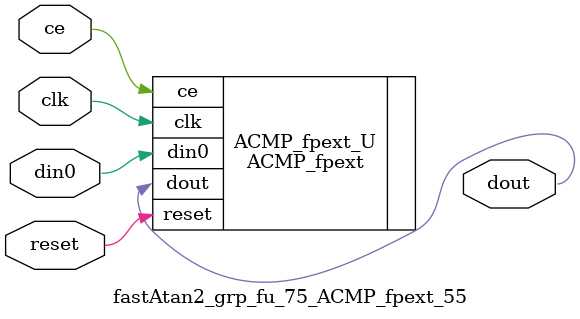
<source format=v>

`timescale 1 ns / 1 ps
module fastAtan2_grp_fu_75_ACMP_fpext_55(
    clk,
    reset,
    ce,
    din0,
    dout);

parameter ID = 32'd1;
parameter NUM_STAGE = 32'd1;
parameter din0_WIDTH = 32'd1;
parameter dout_WIDTH = 32'd1;
input clk;
input reset;
input ce;
input[din0_WIDTH - 1:0] din0;
output[dout_WIDTH - 1:0] dout;



ACMP_fpext #(
.ID( ID ),
.NUM_STAGE( 4 ),
.din0_WIDTH( din0_WIDTH ),
.dout_WIDTH( dout_WIDTH ))
ACMP_fpext_U(
    .clk( clk ),
    .reset( reset ),
    .ce( ce ),
    .din0( din0 ),
    .dout( dout ));

endmodule

</source>
